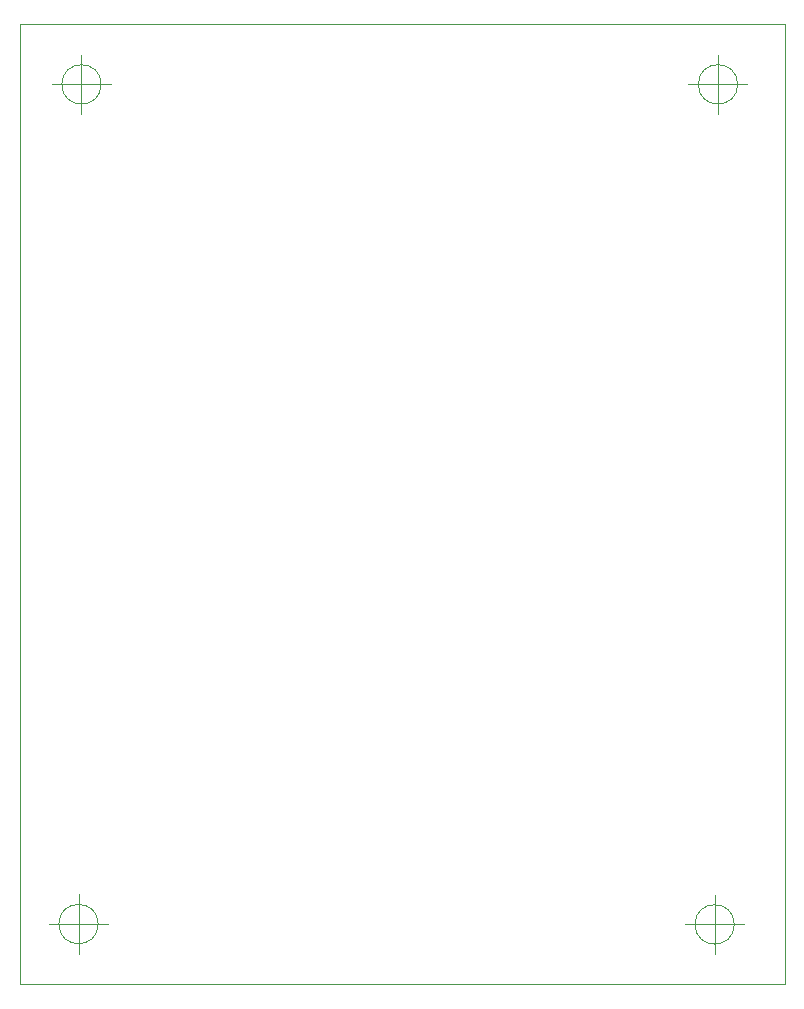
<source format=gbr>
G04 #@! TF.GenerationSoftware,KiCad,Pcbnew,(5.0.1)-3*
G04 #@! TF.CreationDate,2019-03-11T17:07:33+01:00*
G04 #@! TF.ProjectId,Arduino_Uno_R3_From_Scratch,41726475696E6F5F556E6F5F52335F46,rev?*
G04 #@! TF.SameCoordinates,Original*
G04 #@! TF.FileFunction,Profile,NP*
%FSLAX46Y46*%
G04 Gerber Fmt 4.6, Leading zero omitted, Abs format (unit mm)*
G04 Created by KiCad (PCBNEW (5.0.1)-3) date 11/03/2019 17:07:33*
%MOMM*%
%LPD*%
G01*
G04 APERTURE LIST*
%ADD10C,0.100000*%
G04 APERTURE END LIST*
D10*
X74930000Y-68580000D02*
X77470000Y-68580000D01*
X74930000Y-149860000D02*
X74930000Y-68580000D01*
X139700000Y-149860000D02*
X74930000Y-149860000D01*
X139700000Y-68580000D02*
X77470000Y-68580000D01*
X139700000Y-149860000D02*
X139700000Y-68580000D01*
X81822949Y-73660000D02*
G75*
G03X81822949Y-73660000I-1666666J0D01*
G01*
X77656283Y-73660000D02*
X82656283Y-73660000D01*
X80156283Y-71160000D02*
X80156283Y-76160000D01*
X81570741Y-144750185D02*
G75*
G03X81570741Y-144750185I-1666666J0D01*
G01*
X77404075Y-144750185D02*
X82404075Y-144750185D01*
X79904075Y-142250185D02*
X79904075Y-147250185D01*
X135431091Y-144780000D02*
G75*
G03X135431091Y-144780000I-1666666J0D01*
G01*
X131264425Y-144780000D02*
X136264425Y-144780000D01*
X133764425Y-142280000D02*
X133764425Y-147280000D01*
X135710449Y-73660000D02*
G75*
G03X135710449Y-73660000I-1666666J0D01*
G01*
X131543783Y-73660000D02*
X136543783Y-73660000D01*
X134043783Y-71160000D02*
X134043783Y-76160000D01*
M02*

</source>
